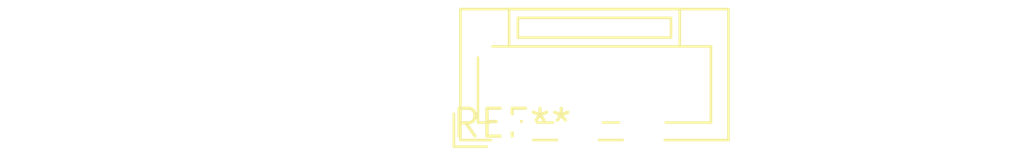
<source format=kicad_pcb>
(kicad_pcb (version 20240108) (generator pcbnew)
  (layers (0 "F.Cu" signal) (31 "B.Cu" signal) (34 "B.Paste" user) (35 "F.Paste" user) (36 "B.SilkS" user "B.Silkscreen") (37 "F.SilkS" user "F.Silkscreen") (38 "B.Mask" user) (39 "F.Mask" user) (44 "Edge.Cuts" user))
  (net 0 "")
  (footprint "JST_ZE_B06B-ZESK-1D_1x06_P1.50mm_Vertical" (layer "F.Cu") (at 0 0)
    (property "Reference" "REF**")
    (property "Value" "JST_ZE_B06B-ZESK-1D_1x06_P1.50mm_Vertical")
    (fp_line (start -2.66 -0.44) (end -2.66 1.06) (layer "F.SilkS") (stroke (width 0.12)))
    (fp_line (start -2.66 1.06) (end -1.16 1.06) (layer "F.SilkS") (stroke (width 0.12)))
    (fp_line (start -2.36 -5.21) (end 9.86 -5.21) (layer "F.SilkS") (stroke (width 0.12)))
    (fp_line (start -2.36 0.76) (end -2.36 -5.21) (layer "F.SilkS") (stroke (width 0.12)))
    (fp_line (start -1.56 -3) (end -1.56 -0.04) (layer "F.SilkS") (stroke (width 0.12)))
    (fp_line (start -1.56 -0.04) (end -1 -0.04) (layer "F.SilkS") (stroke (width 0.12)))
    (fp_line (start -0.96 0.76) (end -2.36 0.76) (layer "F.SilkS") (stroke (width 0.12)))
    (fp_line (start -0.14 -5.21) (end -0.14 -3.51) (layer "F.SilkS") (stroke (width 0.12)))
    (fp_line (start -0.14 -3.51) (end -0.9 -3.51) (layer "F.SilkS") (stroke (width 0.12)))
    (fp_line (start -0.14 -3.51) (end 7.64 -3.51) (layer "F.SilkS") (stroke (width 0.12)))
    (fp_line (start 0.26 -4.81) (end 0.26 -3.91) (layer "F.SilkS") (stroke (width 0.12)))
    (fp_line (start 0.26 -3.91) (end 7.24 -3.91) (layer "F.SilkS") (stroke (width 0.12)))
    (fp_line (start 0.96 0.76) (end 2.04 0.76) (layer "F.SilkS") (stroke (width 0.12)))
    (fp_line (start 1.135 -0.04) (end 1.865 -0.04) (layer "F.SilkS") (stroke (width 0.12)))
    (fp_line (start 3.96 0.76) (end 5.04 0.76) (layer "F.SilkS") (stroke (width 0.12)))
    (fp_line (start 4.135 -0.04) (end 4.865 -0.04) (layer "F.SilkS") (stroke (width 0.12)))
    (fp_line (start 7.24 -4.81) (end 0.26 -4.81) (layer "F.SilkS") (stroke (width 0.12)))
    (fp_line (start 7.24 -3.91) (end 7.24 -4.81) (layer "F.SilkS") (stroke (width 0.12)))
    (fp_line (start 7.64 -5.21) (end -0.14 -5.21) (layer "F.SilkS") (stroke (width 0.12)))
    (fp_line (start 7.64 -3.51) (end 7.64 -5.21) (layer "F.SilkS") (stroke (width 0.12)))
    (fp_line (start 7.64 -3.51) (end 9.06 -3.51) (layer "F.SilkS") (stroke (width 0.12)))
    (fp_line (start 9.06 -3.51) (end 9.06 -0.04) (layer "F.SilkS") (stroke (width 0.12)))
    (fp_line (start 9.06 -0.04) (end 7 -0.04) (layer "F.SilkS") (stroke (width 0.12)))
    (fp_line (start 9.86 -5.21) (end 9.86 0.76) (layer "F.SilkS") (stroke (width 0.12)))
    (fp_line (start 9.86 0.76) (end 6.96 0.76) (layer "F.SilkS") (stroke (width 0.12)))
    (pad "" np_thru_hole circle (at -1.65 -3.8) (size 0.85 0.85) (drill 0.85) (layers *.Cu *.Mask))
    (pad "1" thru_hole custom (at 0 0) (size 1.117157 1.117157) (drill 0.75) (layers *.Cu *.Mask) (remove_unused_layers) (options (clearance outline) (anchor circle)) (primitives (gr_poly (pts (xy 0.45 -0.225) (xy 0.45 0.625) (xy -0.45 0.625) (xy -0.45 -0.625) (xy 0.05 -0.625)) (width 0.5) (fill yes))))
    (pad "2" thru_hole oval (at 1.5 -2) (size 1.4 1.75) (drill 0.75) (layers *.Cu *.Mask) (remove_unused_layers))
    (pad "3" thru_hole oval (at 3 0) (size 1.4 1.75) (drill 0.75) (layers *.Cu *.Mask) (remove_unused_layers))
    (pad "4" thru_hole oval (at 4.5 -2) (size 1.4 1.75) (drill 0.75) (layers *.Cu *.Mask) (remove_unused_layers))
    (pad "5" thru_hole oval (at 6 0) (size 1.4 1.75) (drill 0.75) (layers *.Cu *.Mask) (remove_unused_layers))
    (pad "6" thru_hole oval (at 7.5 -2) (size 1.4 1.75) (drill 0.75) (layers *.Cu *.Mask) (remove_unused_layers))
  )
)
</source>
